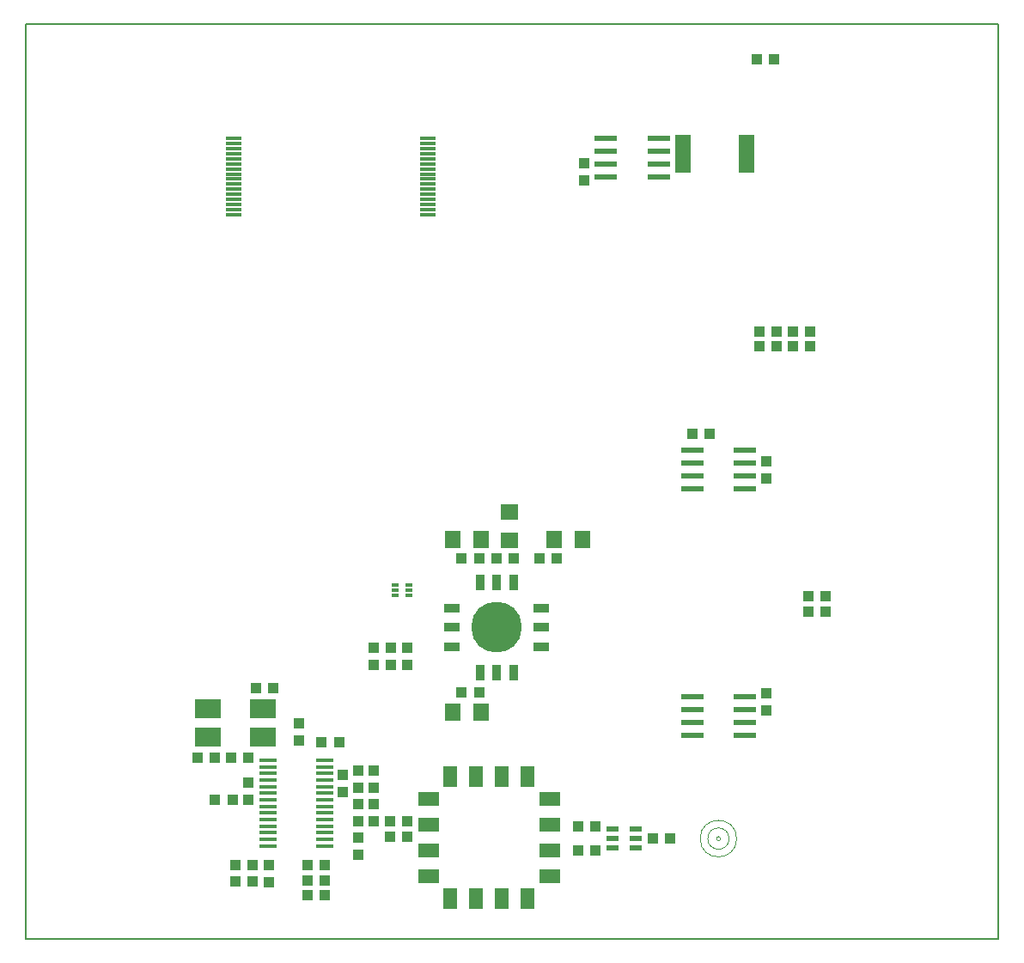
<source format=gtp>
%FSAX24Y24*%
%MOIN*%
G70*
G01*
G75*
G04 Layer_Color=8421504*
%ADD10C,0.0394*%
%ADD11C,0.0276*%
%ADD12R,0.0630X0.0709*%
%ADD13R,0.0433X0.0394*%
%ADD14R,0.0394X0.0433*%
%ADD15R,0.0591X0.1457*%
%ADD16R,0.0866X0.0236*%
%ADD17R,0.0866X0.0236*%
%ADD18R,0.0807X0.0532*%
%ADD19R,0.0532X0.0807*%
%ADD20R,0.0709X0.0630*%
%ADD21R,0.1014X0.0748*%
%ADD22R,0.0453X0.0236*%
%ADD23R,0.0650X0.0118*%
%ADD24R,0.0630X0.0118*%
%ADD25R,0.0591X0.0335*%
%ADD26R,0.0335X0.0591*%
%ADD27C,0.1969*%
%ADD28R,0.0315X0.0118*%
%ADD29C,0.0315*%
%ADD30C,0.0197*%
%ADD31C,0.0236*%
%ADD32C,0.0472*%
%ADD33C,0.0118*%
%ADD34C,0.0157*%
%ADD35C,0.0591*%
%ADD36R,0.1378X0.0565*%
%ADD37R,0.0945X0.1024*%
%ADD38R,0.0823X0.0266*%
%ADD39R,0.0866X0.0108*%
%ADD40R,0.0591X0.0630*%
%ADD41R,0.2520X0.2480*%
%ADD42C,0.0010*%
%ADD43C,0.0080*%
%ADD44R,0.0591X0.0591*%
%ADD45C,0.0591*%
%ADD46C,0.0984*%
%ADD47C,0.0620*%
%ADD48R,0.0620X0.0620*%
%ADD49C,0.2500*%
%ADD50C,0.0236*%
%ADD51C,0.0472*%
%ADD52C,0.0315*%
%ADD53R,0.0315X0.0630*%
%ADD54R,0.0827X0.1181*%
%ADD55O,0.0118X0.0709*%
%ADD56O,0.0709X0.0118*%
%ADD57R,0.0394X0.0374*%
%ADD58R,0.3307X0.3307*%
%ADD59C,0.0098*%
%ADD60C,0.0079*%
%ADD61C,0.0080*%
%ADD62C,0.0100*%
D12*
X061614Y075512D02*
D03*
X060512D02*
D03*
X056575Y068819D02*
D03*
X057677D02*
D03*
X056575Y075512D02*
D03*
X057677D02*
D03*
D13*
X069055Y094134D02*
D03*
X068386D02*
D03*
X071063Y073307D02*
D03*
X070394D02*
D03*
X071063Y072717D02*
D03*
X070394D02*
D03*
X058268Y074764D02*
D03*
X058937D02*
D03*
X052165Y067638D02*
D03*
X051496D02*
D03*
X048150Y062874D02*
D03*
X048819D02*
D03*
X048032Y065394D02*
D03*
X047362D02*
D03*
X049606Y069724D02*
D03*
X048937D02*
D03*
X046693Y067047D02*
D03*
X047362D02*
D03*
X054803Y064567D02*
D03*
X054134D02*
D03*
X061457Y063425D02*
D03*
X062126D02*
D03*
X048819Y062244D02*
D03*
X048150D02*
D03*
X056929Y069567D02*
D03*
X057598D02*
D03*
X050945Y062283D02*
D03*
X051614D02*
D03*
X056929Y074764D02*
D03*
X057598D02*
D03*
X050945Y062874D02*
D03*
X051614D02*
D03*
X061457Y064370D02*
D03*
X062126D02*
D03*
X054803Y063976D02*
D03*
X054134D02*
D03*
X060630Y074764D02*
D03*
X059961D02*
D03*
X051614Y061693D02*
D03*
X050945D02*
D03*
X066535Y079606D02*
D03*
X065866D02*
D03*
X069134Y083583D02*
D03*
X068465D02*
D03*
X069134Y082992D02*
D03*
X068465D02*
D03*
X070433Y083583D02*
D03*
X069764D02*
D03*
X070433Y082992D02*
D03*
X069764D02*
D03*
X065000Y063898D02*
D03*
X064331D02*
D03*
X047992Y067047D02*
D03*
X048661D02*
D03*
X053504Y071299D02*
D03*
X054173D02*
D03*
X053504Y070630D02*
D03*
X054173D02*
D03*
D14*
X061693Y089449D02*
D03*
Y090118D02*
D03*
X068740Y068858D02*
D03*
Y069528D02*
D03*
X049449Y062205D02*
D03*
Y062874D02*
D03*
X052323Y066378D02*
D03*
Y065709D02*
D03*
X052913Y064567D02*
D03*
Y065236D02*
D03*
Y063268D02*
D03*
Y063937D02*
D03*
X048661Y066063D02*
D03*
Y065394D02*
D03*
X053504Y064567D02*
D03*
Y065236D02*
D03*
X052913Y066535D02*
D03*
Y065866D02*
D03*
X053504Y066535D02*
D03*
Y065866D02*
D03*
X068740Y077874D02*
D03*
Y078543D02*
D03*
X050630Y067717D02*
D03*
Y068386D02*
D03*
X054803Y070630D02*
D03*
Y071299D02*
D03*
D15*
X065512Y090472D02*
D03*
X067972D02*
D03*
D16*
X062520Y090565D02*
D03*
Y090065D02*
D03*
Y089565D02*
D03*
X064567Y091065D02*
D03*
Y090565D02*
D03*
Y090065D02*
D03*
Y089565D02*
D03*
X067913Y068411D02*
D03*
Y068911D02*
D03*
Y069411D02*
D03*
X065866Y067911D02*
D03*
Y068411D02*
D03*
Y068911D02*
D03*
Y069411D02*
D03*
X067913Y077978D02*
D03*
Y078478D02*
D03*
Y078978D02*
D03*
X065866Y077478D02*
D03*
Y077978D02*
D03*
Y078478D02*
D03*
Y078978D02*
D03*
D17*
X062520Y091065D02*
D03*
X067913Y067911D02*
D03*
X067913Y077478D02*
D03*
D18*
X060344Y062437D02*
D03*
Y063437D02*
D03*
Y064437D02*
D03*
Y065437D02*
D03*
X055640D02*
D03*
Y064437D02*
D03*
Y063437D02*
D03*
Y062437D02*
D03*
D19*
X059492Y066289D02*
D03*
X058492D02*
D03*
X057492D02*
D03*
X056492D02*
D03*
Y061585D02*
D03*
X057492D02*
D03*
X058492D02*
D03*
X059492D02*
D03*
D20*
X058780Y075472D02*
D03*
Y076575D02*
D03*
D21*
X047082Y067835D02*
D03*
X049218Y068937D02*
D03*
X047082D02*
D03*
X049218Y067835D02*
D03*
D22*
X062766Y064272D02*
D03*
Y063898D02*
D03*
Y063524D02*
D03*
X063691D02*
D03*
Y063898D02*
D03*
Y064272D02*
D03*
D23*
X051604Y065404D02*
D03*
Y064892D02*
D03*
Y063612D02*
D03*
Y063868D02*
D03*
Y064124D02*
D03*
Y064380D02*
D03*
Y064636D02*
D03*
Y065148D02*
D03*
Y065659D02*
D03*
Y065915D02*
D03*
Y066171D02*
D03*
Y066427D02*
D03*
Y066683D02*
D03*
Y066939D02*
D03*
X049419Y063612D02*
D03*
Y063868D02*
D03*
Y064124D02*
D03*
Y064380D02*
D03*
Y064636D02*
D03*
Y064892D02*
D03*
Y065148D02*
D03*
Y065404D02*
D03*
Y065659D02*
D03*
Y065915D02*
D03*
Y066171D02*
D03*
Y066427D02*
D03*
Y066683D02*
D03*
Y066939D02*
D03*
D24*
X048071Y091063D02*
D03*
Y090866D02*
D03*
Y090669D02*
D03*
Y090472D02*
D03*
Y090276D02*
D03*
Y090079D02*
D03*
Y089882D02*
D03*
Y089685D02*
D03*
Y089488D02*
D03*
Y089291D02*
D03*
Y089094D02*
D03*
Y088898D02*
D03*
Y088701D02*
D03*
Y088504D02*
D03*
Y088307D02*
D03*
Y088110D02*
D03*
X055630Y091063D02*
D03*
Y090866D02*
D03*
Y090669D02*
D03*
Y090472D02*
D03*
Y090276D02*
D03*
Y090079D02*
D03*
Y089882D02*
D03*
Y089685D02*
D03*
Y089488D02*
D03*
Y089291D02*
D03*
Y089094D02*
D03*
Y088898D02*
D03*
Y088701D02*
D03*
Y088504D02*
D03*
Y088307D02*
D03*
Y088110D02*
D03*
D25*
X056545Y072839D02*
D03*
Y072087D02*
D03*
Y071335D02*
D03*
X060030D02*
D03*
Y072087D02*
D03*
Y072839D02*
D03*
D26*
X057638Y070344D02*
D03*
X058287D02*
D03*
X058937D02*
D03*
Y073829D02*
D03*
X058287D02*
D03*
X057638D02*
D03*
D27*
X058287Y072087D02*
D03*
D28*
X054331Y073740D02*
D03*
Y073543D02*
D03*
Y073346D02*
D03*
X054882D02*
D03*
Y073543D02*
D03*
Y073740D02*
D03*
D42*
X067598Y063898D02*
G03*
X067598Y063898I-000709J000000D01*
G01*
X067303D02*
G03*
X067303Y063898I-000413J000000D01*
G01*
X066968D02*
G03*
X066968Y063898I-000079J000000D01*
G01*
D43*
X040000Y060000D02*
X077752D01*
X040000Y095500D02*
X077752D01*
Y060000D02*
Y095500D01*
X040000Y060000D02*
Y095500D01*
M02*

</source>
